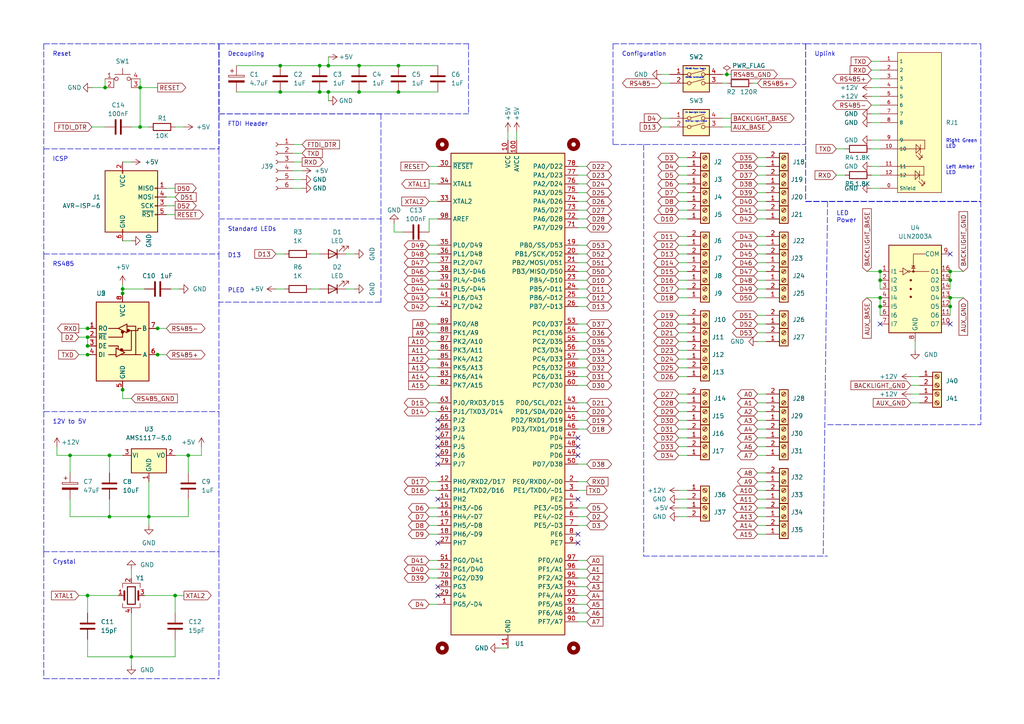
<source format=kicad_sch>
(kicad_sch (version 20211123) (generator eeschema)
  (paper "A4")
  (title_block (title "DCS-BIOS Mega Slave") (date "2022-08-29") (rev "1") (company "Maciej Swic"))
  (junction (at 81.28 19.05))
  (junction (at 255.27 86.36))
  (junction (at 30.48 25.4))
  (junction (at 275.59 81.28))
  (junction (at 25.4 100.33))
  (junction (at 275.59 88.9))
  (junction (at 20.32 132.08))
  (junction (at 25.4 172.72))
  (junction (at 104.14 19.05))
  (junction (at 43.18 149.86))
  (junction (at 25.4 102.87))
  (junction (at 31.75 132.08))
  (junction (at 115.57 26.67))
  (junction (at 275.59 86.36))
  (junction (at 275.59 78.74))
  (junction (at 95.25 26.67))
  (junction (at 115.57 19.05))
  (junction (at 255.27 81.28))
  (junction (at 92.71 19.05))
  (junction (at 45.72 102.87))
  (junction (at 255.27 88.9))
  (junction (at 35.56 113.03))
  (junction (at 92.71 26.67))
  (junction (at 25.4 97.79))
  (junction (at 45.72 95.25))
  (junction (at 31.75 149.86))
  (junction (at 35.56 83.82))
  (junction (at 50.8 172.72))
  (junction (at 210.82 21.59))
  (junction (at 40.64 25.4))
  (junction (at 35.56 85.09))
  (junction (at 104.14 26.67))
  (junction (at 25.4 95.25))
  (junction (at 54.61 132.08))
  (junction (at 38.1 190.5))
  (junction (at 40.64 36.83))
  (junction (at 81.28 26.67))
  (junction (at 255.27 78.74))
  (junction (at 95.25 19.05))
  (no_connect (at 167.64 129.54))
  (no_connect (at 167.64 132.08))
  (no_connect (at 167.64 127))
  (no_connect (at 255.27 93.98))
  (no_connect (at 127 127))
  (no_connect (at 127 129.54))
  (no_connect (at 127 132.08))
  (no_connect (at 127 134.62))
  (no_connect (at 167.64 144.78))
  (no_connect (at 167.64 154.94))
  (no_connect (at 167.64 157.48))
  (no_connect (at 127 144.78))
  (no_connect (at 127 121.92))
  (no_connect (at 127 124.46))
  (no_connect (at 127 157.48))
  (no_connect (at 127 170.18))
  (no_connect (at 127 172.72))
  (no_connect (at 275.59 93.98))
  (no_connect (at 275.59 73.66))
  (polyline (pts (xy 177.8 12.7) (xy 177.8 41.91)))
  (polyline (pts (xy 135.89 12.7) (xy 135.89 33.02)))
  (wire (pts (xy 191.77 36.83) (xy 194.31 36.83)))
  (wire (pts (xy 43.18 139.7) (xy 43.18 149.86)))
  (wire (pts (xy 219.71 73.66) (xy 222.25 73.66)))
  (wire (pts (xy 196.85 144.78) (xy 199.39 144.78)))
  (wire (pts (xy 219.71 116.84) (xy 222.25 116.84)))
  (wire (pts (xy 95.25 26.67) (xy 104.14 26.67)))
  (wire (pts (xy 251.46 86.36) (xy 255.27 86.36)))
  (wire (pts (xy 252.73 30.48) (xy 255.27 30.48)))
  (polyline (pts (xy 63.5 33.02) (xy 135.89 33.02)))
  (wire (pts (xy 196.85 96.52) (xy 199.39 96.52)))
  (wire (pts (xy 26.67 36.83) (xy 30.48 36.83)))
  (polyline (pts (xy 186.69 41.91) (xy 186.69 161.29)))
  (wire (pts (xy 252.73 43.18) (xy 255.27 43.18)))
  (wire (pts (xy 45.72 95.25) (xy 48.26 95.25)))
  (wire (pts (xy 20.32 149.86) (xy 31.75 149.86)))
  (wire (pts (xy 252.73 35.56) (xy 255.27 35.56)))
  (wire (pts (xy 255.27 81.28) (xy 255.27 83.82)))
  (wire (pts (xy 219.71 152.4) (xy 222.25 152.4)))
  (wire (pts (xy 167.64 71.12) (xy 170.18 71.12)))
  (wire (pts (xy 127 111.76) (xy 124.46 111.76)))
  (wire (pts (xy 167.64 55.88) (xy 170.18 55.88)))
  (wire (pts (xy 40.64 25.4) (xy 40.64 36.83)))
  (wire (pts (xy 275.59 88.9) (xy 275.59 91.44)))
  (wire (pts (xy 124.46 162.56) (xy 127 162.56)))
  (wire (pts (xy 170.18 142.24) (xy 167.64 142.24)))
  (wire (pts (xy 219.71 96.52) (xy 222.25 96.52)))
  (wire (pts (xy 124.46 165.1) (xy 127 165.1)))
  (wire (pts (xy 31.75 132.08) (xy 31.75 137.16)))
  (wire (pts (xy 40.64 22.86) (xy 40.64 25.4)))
  (wire (pts (xy 20.32 132.08) (xy 20.32 137.16)))
  (wire (pts (xy 196.85 53.34) (xy 199.39 53.34)))
  (wire (pts (xy 167.64 88.9) (xy 170.18 88.9)))
  (wire (pts (xy 35.56 113.03) (xy 35.56 115.57)))
  (wire (pts (xy 251.46 78.74) (xy 255.27 78.74)))
  (polyline (pts (xy 233.68 58.42) (xy 284.48 58.42)))
  (wire (pts (xy 167.64 165.1) (xy 170.18 165.1)))
  (polyline (pts (xy 63.5 12.7) (xy 63.5 33.02)))
  (wire (pts (xy 40.64 25.4) (xy 45.72 25.4)))
  (wire (pts (xy 167.64 81.28) (xy 170.18 81.28)))
  (wire (pts (xy 31.75 149.86) (xy 43.18 149.86)))
  (wire (pts (xy 26.67 25.4) (xy 30.48 25.4)))
  (wire (pts (xy 255.27 86.36) (xy 255.27 88.9)))
  (wire (pts (xy 167.64 86.36) (xy 170.18 86.36)))
  (wire (pts (xy 252.73 22.86) (xy 255.27 22.86)))
  (wire (pts (xy 68.58 19.05) (xy 81.28 19.05)))
  (wire (pts (xy 25.4 185.42) (xy 25.4 190.5)))
  (wire (pts (xy 196.85 63.5) (xy 199.39 63.5)))
  (wire (pts (xy 48.26 57.15) (xy 50.8 57.15)))
  (polyline (pts (xy 63.5 12.7) (xy 135.89 12.7)))
  (wire (pts (xy 219.71 137.16) (xy 222.25 137.16)))
  (polyline (pts (xy 233.68 12.7) (xy 233.68 58.42)))
  (wire (pts (xy 170.18 147.32) (xy 167.64 147.32)))
  (polyline (pts (xy 63.5 12.7) (xy 63.5 43.18)))
  (polyline (pts (xy 284.48 58.42) (xy 284.48 123.19)))
  (wire (pts (xy 219.71 55.88) (xy 222.25 55.88)))
  (wire (pts (xy 104.14 26.67) (xy 115.57 26.67)))
  (wire (pts (xy 219.71 53.34) (xy 222.25 53.34)))
  (wire (pts (xy 58.42 129.54) (xy 58.42 132.08)))
  (wire (pts (xy 31.75 132.08) (xy 35.56 132.08)))
  (wire (pts (xy 124.46 154.94) (xy 127 154.94)))
  (wire (pts (xy 167.64 66.04) (xy 170.18 66.04)))
  (wire (pts (xy 87.63 49.53) (xy 85.09 49.53)))
  (wire (pts (xy 209.55 34.29) (xy 212.09 34.29)))
  (wire (pts (xy 219.71 132.08) (xy 222.25 132.08)))
  (polyline (pts (xy 110.49 33.02) (xy 110.49 63.5)))
  (wire (pts (xy 50.8 132.08) (xy 54.61 132.08)))
  (wire (pts (xy 81.28 26.67) (xy 92.71 26.67)))
  (wire (pts (xy 252.73 27.94) (xy 255.27 27.94)))
  (wire (pts (xy 80.01 83.82) (xy 82.55 83.82)))
  (wire (pts (xy 167.64 53.34) (xy 170.18 53.34)))
  (wire (pts (xy 196.85 132.08) (xy 199.39 132.08)))
  (wire (pts (xy 196.85 83.82) (xy 199.39 83.82)))
  (wire (pts (xy 219.71 93.98) (xy 222.25 93.98)))
  (wire (pts (xy 50.8 190.5) (xy 38.1 190.5)))
  (wire (pts (xy 196.85 149.86) (xy 199.39 149.86)))
  (wire (pts (xy 124.46 167.64) (xy 127 167.64)))
  (wire (pts (xy 49.53 83.82) (xy 52.07 83.82)))
  (wire (pts (xy 54.61 132.08) (xy 54.61 137.16)))
  (wire (pts (xy 124.46 139.7) (xy 127 139.7)))
  (wire (pts (xy 196.85 86.36) (xy 199.39 86.36)))
  (wire (pts (xy 279.4 86.36) (xy 275.59 86.36)))
  (wire (pts (xy 255.27 88.9) (xy 255.27 91.44)))
  (wire (pts (xy 25.4 172.72) (xy 34.29 172.72)))
  (wire (pts (xy 196.85 91.44) (xy 199.39 91.44)))
  (wire (pts (xy 167.64 162.56) (xy 170.18 162.56)))
  (polyline (pts (xy 63.5 33.02) (xy 110.49 33.02)))
  (wire (pts (xy 196.85 76.2) (xy 199.39 76.2)))
  (wire (pts (xy 196.85 119.38) (xy 199.39 119.38)))
  (polyline (pts (xy 12.7 160.02) (xy 12.7 196.85)))
  (polyline (pts (xy 177.8 12.7) (xy 233.68 12.7)))
  (polyline (pts (xy 12.7 119.38) (xy 12.7 160.02)))
  (wire (pts (xy 22.86 97.79) (xy 25.4 97.79)))
  (wire (pts (xy 124.46 149.86) (xy 127 149.86)))
  (wire (pts (xy 210.82 21.59) (xy 212.09 21.59)))
  (wire (pts (xy 196.85 114.3) (xy 199.39 114.3)))
  (wire (pts (xy 95.25 19.05) (xy 104.14 19.05)))
  (wire (pts (xy 196.85 129.54) (xy 199.39 129.54)))
  (wire (pts (xy 219.71 86.36) (xy 222.25 86.36)))
  (polyline (pts (xy 63.5 43.18) (xy 63.5 73.66)))
  (wire (pts (xy 196.85 106.68) (xy 199.39 106.68)))
  (wire (pts (xy 100.33 83.82) (xy 102.87 83.82)))
  (wire (pts (xy 38.1 36.83) (xy 40.64 36.83)))
  (wire (pts (xy 219.71 114.3) (xy 222.25 114.3)))
  (wire (pts (xy 167.64 101.6) (xy 170.18 101.6)))
  (wire (pts (xy 167.64 99.06) (xy 170.18 99.06)))
  (wire (pts (xy 209.55 36.83) (xy 212.09 36.83)))
  (wire (pts (xy 196.85 104.14) (xy 199.39 104.14)))
  (wire (pts (xy 40.64 36.83) (xy 43.18 36.83)))
  (wire (pts (xy 167.64 63.5) (xy 170.18 63.5)))
  (wire (pts (xy 252.73 40.64) (xy 255.27 40.64)))
  (wire (pts (xy 196.85 78.74) (xy 199.39 78.74)))
  (polyline (pts (xy 284.48 12.7) (xy 284.48 58.42)))
  (wire (pts (xy 167.64 60.96) (xy 170.18 60.96)))
  (polyline (pts (xy 240.03 123.19) (xy 284.48 123.19)))
  (wire (pts (xy 104.14 19.05) (xy 115.57 19.05)))
  (wire (pts (xy 275.59 86.36) (xy 275.59 88.9)))
  (wire (pts (xy 127 81.28) (xy 124.46 81.28)))
  (wire (pts (xy 196.85 68.58) (xy 199.39 68.58)))
  (wire (pts (xy 255.27 78.74) (xy 255.27 81.28)))
  (wire (pts (xy 124.46 71.12) (xy 127 71.12)))
  (polyline (pts (xy 12.7 196.85) (xy 63.5 196.85)))
  (polyline (pts (xy 110.49 87.63) (xy 63.5 87.63)))
  (wire (pts (xy 87.63 41.91) (xy 85.09 41.91)))
  (wire (pts (xy 219.71 48.26) (xy 222.25 48.26)))
  (wire (pts (xy 252.73 20.32) (xy 255.27 20.32)))
  (wire (pts (xy 219.71 68.58) (xy 222.25 68.58)))
  (wire (pts (xy 35.56 82.55) (xy 35.56 83.82)))
  (wire (pts (xy 54.61 149.86) (xy 54.61 144.78)))
  (wire (pts (xy 219.71 63.5) (xy 222.25 63.5)))
  (wire (pts (xy 41.91 172.72) (xy 50.8 172.72)))
  (wire (pts (xy 279.4 78.74) (xy 275.59 78.74)))
  (wire (pts (xy 167.64 93.98) (xy 170.18 93.98)))
  (wire (pts (xy 196.85 45.72) (xy 199.39 45.72)))
  (wire (pts (xy 48.26 62.23) (xy 50.8 62.23)))
  (wire (pts (xy 31.75 149.86) (xy 31.75 144.78)))
  (wire (pts (xy 196.85 116.84) (xy 199.39 116.84)))
  (wire (pts (xy 124.46 175.26) (xy 127 175.26)))
  (polyline (pts (xy 233.68 58.42) (xy 284.48 58.42)))
  (wire (pts (xy 124.46 142.24) (xy 127 142.24)))
  (wire (pts (xy 219.71 127) (xy 222.25 127)))
  (wire (pts (xy 209.55 24.13) (xy 210.82 24.13)))
  (polyline (pts (xy 233.68 12.7) (xy 284.48 12.7)))
  (wire (pts (xy 115.57 26.67) (xy 127 26.67)))
  (wire (pts (xy 16.51 132.08) (xy 20.32 132.08)))
  (wire (pts (xy 127 63.5) (xy 124.46 63.5)))
  (wire (pts (xy 219.71 81.28) (xy 222.25 81.28)))
  (wire (pts (xy 95.25 16.51) (xy 95.25 19.05)))
  (wire (pts (xy 219.71 139.7) (xy 222.25 139.7)))
  (wire (pts (xy 196.85 55.88) (xy 199.39 55.88)))
  (wire (pts (xy 167.64 50.8) (xy 170.18 50.8)))
  (wire (pts (xy 90.17 73.66) (xy 92.71 73.66)))
  (wire (pts (xy 219.71 124.46) (xy 222.25 124.46)))
  (wire (pts (xy 196.85 50.8) (xy 199.39 50.8)))
  (wire (pts (xy 219.71 121.92) (xy 222.25 121.92)))
  (wire (pts (xy 127 76.2) (xy 124.46 76.2)))
  (wire (pts (xy 95.25 26.67) (xy 95.25 29.21)))
  (polyline (pts (xy 12.7 12.7) (xy 63.5 12.7)))
  (wire (pts (xy 50.8 172.72) (xy 53.34 172.72)))
  (wire (pts (xy 219.71 24.13) (xy 218.44 24.13)))
  (wire (pts (xy 87.63 46.99) (xy 85.09 46.99)))
  (wire (pts (xy 264.16 116.84) (xy 266.7 116.84)))
  (wire (pts (xy 127 83.82) (xy 124.46 83.82)))
  (wire (pts (xy 252.73 33.02) (xy 255.27 33.02)))
  (wire (pts (xy 114.3 67.31) (xy 114.3 64.77)))
  (polyline (pts (xy 12.7 12.7) (xy 12.7 43.18)))
  (wire (pts (xy 16.51 129.54) (xy 16.51 132.08)))
  (wire (pts (xy 48.26 59.69) (xy 50.8 59.69)))
  (wire (pts (xy 124.46 119.38) (xy 127 119.38)))
  (wire (pts (xy 167.64 106.68) (xy 170.18 106.68)))
  (wire (pts (xy 127 78.74) (xy 124.46 78.74)))
  (wire (pts (xy 196.85 147.32) (xy 199.39 147.32)))
  (polyline (pts (xy 12.7 73.66) (xy 12.7 119.38)))
  (wire (pts (xy 20.32 132.08) (xy 31.75 132.08)))
  (wire (pts (xy 196.85 127) (xy 199.39 127)))
  (wire (pts (xy 87.63 52.07) (xy 85.09 52.07)))
  (wire (pts (xy 80.01 73.66) (xy 82.55 73.66)))
  (wire (pts (xy 167.64 121.92) (xy 170.18 121.92)))
  (wire (pts (xy 170.18 149.86) (xy 167.64 149.86)))
  (wire (pts (xy 100.33 73.66) (xy 102.87 73.66)))
  (wire (pts (xy 127 99.06) (xy 124.46 99.06)))
  (wire (pts (xy 219.71 144.78) (xy 222.25 144.78)))
  (wire (pts (xy 219.71 149.86) (xy 222.25 149.86)))
  (wire (pts (xy 124.46 53.34) (xy 127 53.34)))
  (wire (pts (xy 167.64 96.52) (xy 170.18 96.52)))
  (wire (pts (xy 124.46 58.42) (xy 127 58.42)))
  (wire (pts (xy 50.8 185.42) (xy 50.8 190.5)))
  (polyline (pts (xy 12.7 73.66) (xy 63.5 73.66)))
  (wire (pts (xy 87.63 54.61) (xy 85.09 54.61)))
  (wire (pts (xy 167.64 124.46) (xy 170.18 124.46)))
  (polyline (pts (xy 233.68 12.7) (xy 233.68 58.42)))
  (wire (pts (xy 124.46 73.66) (xy 127 73.66)))
  (wire (pts (xy 252.73 17.78) (xy 255.27 17.78)))
  (wire (pts (xy 30.48 22.86) (xy 30.48 25.4)))
  (wire (pts (xy 167.64 48.26) (xy 170.18 48.26)))
  (wire (pts (xy 252.73 48.26) (xy 255.27 48.26)))
  (polyline (pts (xy 233.68 58.42) (xy 284.48 58.42)))
  (wire (pts (xy 167.64 119.38) (xy 170.18 119.38)))
  (wire (pts (xy 43.18 149.86) (xy 54.61 149.86)))
  (wire (pts (xy 196.85 71.12) (xy 199.39 71.12)))
  (wire (pts (xy 167.64 170.18) (xy 170.18 170.18)))
  (wire (pts (xy 147.32 38.1) (xy 147.32 40.64)))
  (wire (pts (xy 92.71 19.05) (xy 95.25 19.05)))
  (wire (pts (xy 43.18 149.86) (xy 43.18 152.4)))
  (polyline (pts (xy 63.5 160.02) (xy 63.5 196.85)))
  (wire (pts (xy 219.71 142.24) (xy 222.25 142.24)))
  (wire (pts (xy 167.64 104.14) (xy 170.18 104.14)))
  (wire (pts (xy 219.71 91.44) (xy 222.25 91.44)))
  (wire (pts (xy 167.64 172.72) (xy 170.18 172.72)))
  (wire (pts (xy 170.18 152.4) (xy 167.64 152.4)))
  (wire (pts (xy 196.85 142.24) (xy 199.39 142.24)))
  (wire (pts (xy 90.17 83.82) (xy 92.71 83.82)))
  (wire (pts (xy 196.85 60.96) (xy 199.39 60.96)))
  (polyline (pts (xy 186.69 161.29) (xy 240.03 161.29)))
  (wire (pts (xy 219.71 45.72) (xy 222.25 45.72)))
  (wire (pts (xy 35.56 83.82) (xy 35.56 85.09)))
  (wire (pts (xy 196.85 81.28) (xy 199.39 81.28)))
  (wire (pts (xy 219.71 154.94) (xy 222.25 154.94)))
  (wire (pts (xy 264.16 109.22) (xy 266.7 109.22)))
  (wire (pts (xy 22.86 172.72) (xy 25.4 172.72)))
  (polyline (pts (xy 63.5 73.66) (xy 63.5 119.38)))
  (wire (pts (xy 196.85 121.92) (xy 199.39 121.92)))
  (wire (pts (xy 167.64 180.34) (xy 170.18 180.34)))
  (wire (pts (xy 38.1 190.5) (xy 38.1 193.04)))
  (wire (pts (xy 124.46 86.36) (xy 127 86.36)))
  (wire (pts (xy 167.64 134.62) (xy 170.18 134.62)))
  (wire (pts (xy 124.46 152.4) (xy 127 152.4)))
  (wire (pts (xy 219.71 58.42) (xy 222.25 58.42)))
  (wire (pts (xy 149.86 38.1) (xy 149.86 40.64)))
  (polyline (pts (xy 63.5 119.38) (xy 63.5 160.02)))
  (wire (pts (xy 252.73 25.4) (xy 255.27 25.4)))
  (wire (pts (xy 48.26 54.61) (xy 50.8 54.61)))
  (wire (pts (xy 35.56 115.57) (xy 38.1 115.57)))
  (wire (pts (xy 264.16 111.76) (xy 266.7 111.76)))
  (wire (pts (xy 115.57 19.05) (xy 127 19.05)))
  (wire (pts (xy 167.64 58.42) (xy 170.18 58.42)))
  (polyline (pts (xy 12.7 160.02) (xy 63.5 160.02)))
  (wire (pts (xy 22.86 95.25) (xy 25.4 95.25)))
  (wire (pts (xy 242.57 43.18) (xy 245.11 43.18)))
  (wire (pts (xy 191.77 24.13) (xy 194.31 24.13)))
  (wire (pts (xy 242.57 50.8) (xy 245.11 50.8)))
  (wire (pts (xy 219.71 147.32) (xy 222.25 147.32)))
  (wire (pts (xy 127 101.6) (xy 124.46 101.6)))
  (wire (pts (xy 265.43 99.06) (xy 265.43 101.6)))
  (wire (pts (xy 124.46 147.32) (xy 127 147.32)))
  (wire (pts (xy 22.86 102.87) (xy 25.4 102.87)))
  (wire (pts (xy 127 104.14) (xy 124.46 104.14)))
  (wire (pts (xy 25.4 172.72) (xy 25.4 177.8)))
  (wire (pts (xy 167.64 78.74) (xy 170.18 78.74)))
  (wire (pts (xy 127 96.52) (xy 124.46 96.52)))
  (wire (pts (xy 127 109.22) (xy 124.46 109.22)))
  (polyline (pts (xy 12.7 119.38) (xy 63.5 119.38)))
  (wire (pts (xy 167.64 73.66) (xy 170.18 73.66)))
  (wire (pts (xy 170.18 139.7) (xy 167.64 139.7)))
  (wire (pts (xy 127 93.98) (xy 124.46 93.98)))
  (wire (pts (xy 124.46 63.5) (xy 124.46 67.31)))
  (wire (pts (xy 127 106.68) (xy 124.46 106.68)))
  (polyline (pts (xy 12.7 43.18) (xy 63.5 43.18)))
  (wire (pts (xy 167.64 76.2) (xy 170.18 76.2)))
  (wire (pts (xy 191.77 34.29) (xy 194.31 34.29)))
  (wire (pts (xy 124.46 88.9) (xy 127 88.9)))
  (wire (pts (xy 124.46 48.26) (xy 127 48.26)))
  (wire (pts (xy 35.56 69.85) (xy 38.1 69.85)))
  (polyline (pts (xy 12.7 43.18) (xy 12.7 73.66)))
  (wire (pts (xy 219.71 50.8) (xy 222.25 50.8)))
  (wire (pts (xy 219.71 99.06) (xy 222.25 99.06)))
  (wire (pts (xy 196.85 99.06) (xy 199.39 99.06)))
  (wire (pts (xy 38.1 165.1) (xy 38.1 167.64)))
  (wire (pts (xy 54.61 132.08) (xy 58.42 132.08)))
  (wire (pts (xy 144.78 187.96) (xy 147.32 187.96)))
  (wire (pts (xy 219.71 78.74) (xy 222.25 78.74)))
  (wire (pts (xy 81.28 19.05) (xy 92.71 19.05)))
  (wire (pts (xy 167.64 116.84) (xy 170.18 116.84)))
  (polyline (pts (xy 177.8 41.91) (xy 233.68 41.91)))
  (polyline (pts (xy 240.03 58.42) (xy 238.76 161.29)))
  (wire (pts (xy 35.56 83.82) (xy 41.91 83.82)))
  (wire (pts (xy 196.85 93.98) (xy 199.39 93.98)))
  (wire (pts (xy 25.4 190.5) (xy 38.1 190.5)))
  (wire (pts (xy 219.71 60.96) (xy 222.25 60.96)))
  (wire (pts (xy 252.73 50.8) (xy 255.27 50.8)))
  (wire (pts (xy 219.71 71.12) (xy 222.25 71.12)))
  (wire (pts (xy 196.85 101.6) (xy 199.39 101.6)))
  (polyline (pts (xy 110.49 63.5) (xy 110.49 87.63)))
  (wire (pts (xy 50.8 172.72) (xy 50.8 177.8)))
  (wire (pts (xy 20.32 144.78) (xy 20.32 149.86)))
  (wire (pts (xy 191.77 21.59) (xy 194.31 21.59)))
  (wire (pts (xy 116.84 67.31) (xy 114.3 67.31)))
  (wire (pts (xy 167.64 175.26) (xy 170.18 175.26)))
  (wire (pts (xy 196.85 124.46) (xy 199.39 124.46)))
  (wire (pts (xy 219.71 119.38) (xy 222.25 119.38)))
  (wire (pts (xy 167.64 177.8) (xy 170.18 177.8)))
  (wire (pts (xy 25.4 97.79) (xy 25.4 100.33)))
  (wire (pts (xy 196.85 109.22) (xy 199.39 109.22)))
  (wire (pts (xy 196.85 73.66) (xy 199.39 73.66)))
  (wire (pts (xy 275.59 78.74) (xy 275.59 81.28)))
  (wire (pts (xy 124.46 116.84) (xy 127 116.84)))
  (wire (pts (xy 209.55 21.59) (xy 210.82 21.59)))
  (wire (pts (xy 196.85 58.42) (xy 199.39 58.42)))
  (wire (pts (xy 68.58 26.67) (xy 81.28 26.67)))
  (wire (pts (xy 219.71 83.82) (xy 222.25 83.82)))
  (wire (pts (xy 53.34 36.83) (xy 50.8 36.83)))
  (wire (pts (xy 167.64 111.76) (xy 170.18 111.76)))
  (wire (pts (xy 219.71 76.2) (xy 222.25 76.2)))
  (wire (pts (xy 38.1 177.8) (xy 38.1 190.5)))
  (wire (pts (xy 87.63 44.45) (xy 85.09 44.45)))
  (polyline (pts (xy 63.5 63.5) (xy 110.49 63.5)))
  (wire (pts (xy 264.16 114.3) (xy 266.7 114.3)))
  (wire (pts (xy 167.64 83.82) (xy 170.18 83.82)))
  (wire (pts (xy 45.72 102.87) (xy 48.26 102.87)))
  (wire (pts (xy 167.64 167.64) (xy 170.18 167.64)))
  (wire (pts (xy 219.71 129.54) (xy 222.25 129.54)))
  (wire (pts (xy 196.85 48.26) (xy 199.39 48.26)))
  (wire (pts (xy 92.71 26.67) (xy 95.25 26.67)))
  (wire (pts (xy 167.64 109.22) (xy 170.18 109.22)))
  (wire (pts (xy 275.59 81.28) (xy 275.59 83.82)))
  (polyline (pts (xy 63.5 12.7) (xy 63.5 43.18)))
  (wire (pts (xy 38.1 46.99) (xy 35.56 46.99)))
  (wire (pts (xy 252.73 54.61) (xy 255.27 54.61)))
  (text "RS485" (at 15.24 77.47 0) (effects (font (size 1.27 1.27)) (justify left bottom)))
  (text "Reset" (at 15.24 16.51 0) (effects (font (size 1.27 1.27)) (justify left bottom)))
  (text "LED\nPower" (at 242.57 64.77 0) (effects (font (size 1.27 1.27)) (justify left bottom)))
  (text "Right Green\nLED" (at 274.32 43.18 0) (effects (font (size 1.016 1.016)) (justify left bottom)))
  (text "Configuration" (at 180.34 16.51 0) (effects (font (size 1.27 1.27)) (justify left bottom)))
  (text "Crystal" (at 15.24 163.83 0) (effects (font (size 1.27 1.27)) (justify left bottom)))
  (text "Standard LEDs" (at 66.04 67.31 0) (effects (font (size 1.27 1.27)) (justify left bottom)))
  (text "Decoupling" (at 66.04 16.51 0) (effects (font (size 1.27 1.27)) (justify left bottom)))
  (text "Left Amber\nLED" (at 274.32 50.8 0) (effects (font (size 1.016 1.016)) (justify left bottom)))
  (text "RS485 Termination" (at 198.755 22.86 0) (effects (font (size 0.381 0.381)) (justify left bottom)))
  (text "D4 Backlight Enable" (at 198.755 33.02 0) (effects (font (size 0.381 0.381)) (justify left bottom)))
  (text "12V to 5V" (at 15.24 123.19 0) (effects (font (size 1.27 1.27)) (justify left bottom)))
  (text "RS485 Power Toggle" (at 198.755 20.32 0) (effects (font (size 0.381 0.381)) (justify left bottom)))
  (text "Uplink" (at 236.22 16.51 0) (effects (font (size 1.27 1.27)) (justify left bottom)))
  (text "D13 Aux Light Enable" (at 198.755 35.56 0) (effects (font (size 0.381 0.381)) (justify left bottom)))
  (text "D13" (at 66.04 74.93 0) (effects (font (size 1.27 1.27)) (justify left bottom)))
  (text "FTDI Header" (at 66.04 36.83 0) (effects (font (size 1.27 1.27)) (justify left bottom)))
  (text "ICSP" (at 15.24 46.99 0) (effects (font (size 1.27 1.27)) (justify left bottom)))
  (text "PLED" (at 66.04 85.09 0) (effects (font (size 1.27 1.27)) (justify left bottom)))
  (global_label "D34" (shape bidirectional) (at 170.18 101.6 0) (property "Intersheet References" "${INTERSHEET_REFS}" (effects hide)))
  (global_label "A12" (shape input) (at 124.46 104.14 180) (property "Intersheet References" "${INTERSHEET_REFS}" (effects hide)))
  (global_label "D12" (shape bidirectional) (at 196.85 71.12 180) (property "Intersheet References" "${INTERSHEET_REFS}" (effects hide)))
  (global_label "D31" (shape bidirectional) (at 196.85 124.46 180) (property "Intersheet References" "${INTERSHEET_REFS}" (effects hide)))
  (global_label "RXD" (shape output) (at 22.86 95.25 180) (property "Intersheet References" "${INTERSHEET_REFS}" (effects hide)))
  (global_label "RXD" (shape input) (at 242.57 50.8 180) (property "Intersheet References" "${INTERSHEET_REFS}" (effects hide)))
  (global_label "XTAL1" (shape input) (at 22.86 172.72 180) (property "Intersheet References" "${INTERSHEET_REFS}" (effects hide)))
  (global_label "D13" (shape bidirectional) (at 196.85 73.66 180) (property "Intersheet References" "${INTERSHEET_REFS}" (effects hide)))
  (global_label "D13" (shape input) (at 80.01 73.66 180) (property "Intersheet References" "${INTERSHEET_REFS}" (effects hide)))
  (global_label "A2" (shape input) (at 170.18 167.64 0) (property "Intersheet References" "${INTERSHEET_REFS}" (effects hide)))
  (global_label "D28" (shape bidirectional) (at 196.85 116.84 180) (property "Intersheet References" "${INTERSHEET_REFS}" (effects hide)))
  (global_label "A9" (shape input) (at 124.46 96.52 180) (property "Intersheet References" "${INTERSHEET_REFS}" (effects hide)))
  (global_label "A11" (shape bidirectional) (at 219.71 144.78 180) (property "Intersheet References" "${INTERSHEET_REFS}" (effects hide)))
  (global_label "A6" (shape bidirectional) (at 219.71 129.54 180) (property "Intersheet References" "${INTERSHEET_REFS}" (effects hide)))
  (global_label "A3" (shape input) (at 170.18 170.18 0) (property "Intersheet References" "${INTERSHEET_REFS}" (effects hide)))
  (global_label "D7" (shape bidirectional) (at 124.46 149.86 180) (property "Intersheet References" "${INTERSHEET_REFS}" (effects hide)))
  (global_label "A7" (shape bidirectional) (at 219.71 132.08 180) (property "Intersheet References" "${INTERSHEET_REFS}" (effects hide)))
  (global_label "D25" (shape bidirectional) (at 170.18 55.88 0) (property "Intersheet References" "${INTERSHEET_REFS}" (effects hide)))
  (global_label "D36" (shape bidirectional) (at 170.18 96.52 0) (property "Intersheet References" "${INTERSHEET_REFS}" (effects hide)))
  (global_label "AUX_GND" (shape input) (at 264.16 116.84 180) (property "Intersheet References" "${INTERSHEET_REFS}" (effects hide)))
  (global_label "D21" (shape bidirectional) (at 170.18 116.84 0) (property "Intersheet References" "${INTERSHEET_REFS}" (effects hide)))
  (global_label "D27" (shape bidirectional) (at 196.85 114.3 180) (property "Intersheet References" "${INTERSHEET_REFS}" (effects hide)))
  (global_label "D53" (shape bidirectional) (at 170.18 71.12 0) (property "Intersheet References" "${INTERSHEET_REFS}" (effects hide)))
  (global_label "A8" (shape input) (at 124.46 93.98 180) (property "Intersheet References" "${INTERSHEET_REFS}" (effects hide)))
  (global_label "A14" (shape bidirectional) (at 219.71 152.4 180) (property "Intersheet References" "${INTERSHEET_REFS}" (effects hide)))
  (global_label "RS485-" (shape bidirectional) (at 48.26 95.25 0) (property "Intersheet References" "${INTERSHEET_REFS}" (effects hide)))
  (global_label "D46" (shape bidirectional) (at 124.46 78.74 180) (property "Intersheet References" "${INTERSHEET_REFS}" (effects hide)))
  (global_label "D44" (shape bidirectional) (at 219.71 71.12 180) (property "Intersheet References" "${INTERSHEET_REFS}" (effects hide)))
  (global_label "AUX_GND" (shape input) (at 279.4 86.36 270) (property "Intersheet References" "${INTERSHEET_REFS}" (effects hide)))
  (global_label "A5" (shape bidirectional) (at 219.71 127 180) (property "Intersheet References" "${INTERSHEET_REFS}" (effects hide)))
  (global_label "D15" (shape bidirectional) (at 124.46 116.84 180) (property "Intersheet References" "${INTERSHEET_REFS}" (effects hide)))
  (global_label "A13" (shape input) (at 124.46 106.68 180) (property "Intersheet References" "${INTERSHEET_REFS}" (effects hide)))
  (global_label "D47" (shape bidirectional) (at 219.71 78.74 180) (property "Intersheet References" "${INTERSHEET_REFS}" (effects hide)))
  (global_label "BACKLIGHT_GND" (shape input) (at 279.4 78.74 90) (property "Intersheet References" "${INTERSHEET_REFS}" (effects hide)))
  (global_label "TXD" (shape input) (at 252.73 17.78 180) (property "Intersheet References" "${INTERSHEET_REFS}" (effects hide)))
  (global_label "D50" (shape bidirectional) (at 219.71 86.36 180) (property "Intersheet References" "${INTERSHEET_REFS}" (effects hide)))
  (global_label "D33" (shape bidirectional) (at 170.18 104.14 0) (property "Intersheet References" "${INTERSHEET_REFS}" (effects hide)))
  (global_label "D52" (shape bidirectional) (at 219.71 93.98 180) (property "Intersheet References" "${INTERSHEET_REFS}" (effects hide)))
  (global_label "A15" (shape input) (at 124.46 111.76 180) (property "Intersheet References" "${INTERSHEET_REFS}" (effects hide)))
  (global_label "TXD" (shape input) (at 22.86 102.87 180) (property "Intersheet References" "${INTERSHEET_REFS}" (effects hide)))
  (global_label "D40" (shape bidirectional) (at 219.71 58.42 180) (property "Intersheet References" "${INTERSHEET_REFS}" (effects hide)))
  (global_label "TXD" (shape output) (at 170.18 142.24 0) (property "Intersheet References" "${INTERSHEET_REFS}" (effects hide)))
  (global_label "A2" (shape bidirectional) (at 219.71 119.38 180) (property "Intersheet References" "${INTERSHEET_REFS}" (effects hide)))
  (global_label "RESET" (shape output) (at 45.72 25.4 0) (property "Intersheet References" "${INTERSHEET_REFS}" (effects hide)))
  (global_label "D53" (shape bidirectional) (at 219.71 96.52 180) (property "Intersheet References" "${INTERSHEET_REFS}" (effects hide)))
  (global_label "TXD" (shape input) (at 242.57 43.18 180) (property "Intersheet References" "${INTERSHEET_REFS}" (effects hide)))
  (global_label "RXD" (shape input) (at 252.73 20.32 180) (property "Intersheet References" "${INTERSHEET_REFS}" (effects hide)))
  (global_label "D51" (shape input) (at 50.8 57.15 0) (property "Intersheet References" "${INTERSHEET_REFS}" (effects hide)))
  (global_label "D29" (shape bidirectional) (at 196.85 119.38 180) (property "Intersheet References" "${INTERSHEET_REFS}" (effects hide)))
  (global_label "A7" (shape input) (at 170.18 180.34 0) (property "Intersheet References" "${INTERSHEET_REFS}" (effects hide)))
  (global_label "D24" (shape bidirectional) (at 170.18 53.34 0) (property "Intersheet References" "${INTERSHEET_REFS}" (effects hide)))
  (global_label "D14" (shape bidirectional) (at 196.85 76.2 180) (property "Intersheet References" "${INTERSHEET_REFS}" (effects hide)))
  (global_label "D52" (shape output) (at 50.8 59.69 0) (property "Intersheet References" "${INTERSHEET_REFS}" (effects hide)))
  (global_label "A4" (shape bidirectional) (at 219.71 124.46 180) (property "Intersheet References" "${INTERSHEET_REFS}" (effects hide)))
  (global_label "D39" (shape bidirectional) (at 219.71 55.88 180) (property "Intersheet References" "${INTERSHEET_REFS}" (effects hide)))
  (global_label "D38" (shape bidirectional) (at 170.18 134.62 0) (property "Intersheet References" "${INTERSHEET_REFS}" (effects hide)))
  (global_label "D13" (shape input) (at 191.77 36.83 180) (property "Intersheet References" "${INTERSHEET_REFS}" (effects hide)))
  (global_label "A6" (shape input) (at 170.18 177.8 0) (property "Intersheet References" "${INTERSHEET_REFS}" (effects hide)))
  (global_label "D46" (shape bidirectional) (at 219.71 76.2 180) (property "Intersheet References" "${INTERSHEET_REFS}" (effects hide)))
  (global_label "AUX_BASE" (shape input) (at 251.46 86.36 270) (property "Intersheet References" "${INTERSHEET_REFS}" (effects hide)))
  (global_label "D26" (shape bidirectional) (at 170.18 58.42 0) (property "Intersheet References" "${INTERSHEET_REFS}" (effects hide)))
  (global_label "XTAL1" (shape output) (at 124.46 53.34 180) (property "Intersheet References" "${INTERSHEET_REFS}" (effects hide)))
  (global_label "D51" (shape bidirectional) (at 219.71 91.44 180) (property "Intersheet References" "${INTERSHEET_REFS}" (effects hide)))
  (global_label "A1" (shape input) (at 170.18 165.1 0) (property "Intersheet References" "${INTERSHEET_REFS}" (effects hide)))
  (global_label "D8" (shape bidirectional) (at 124.46 152.4 180) (property "Intersheet References" "${INTERSHEET_REFS}" (effects hide)))
  (global_label "D10" (shape bidirectional) (at 196.85 63.5 180) (property "Intersheet References" "${INTERSHEET_REFS}" (effects hide)))
  (global_label "D17" (shape bidirectional) (at 124.46 139.7 180) (property "Intersheet References" "${INTERSHEET_REFS}" (effects hide)))
  (global_label "D35" (shape bidirectional) (at 170.18 99.06 0) (property "Intersheet References" "${INTERSHEET_REFS}" (effects hide)))
  (global_label "D23" (shape bidirectional) (at 196.85 101.6 180) (property "Intersheet References" "${INTERSHEET_REFS}" (effects hide)))
  (global_label "D48" (shape bidirectional) (at 219.71 81.28 180) (property "Intersheet References" "${INTERSHEET_REFS}" (effects hide)))
  (global_label "A10" (shape input) (at 124.46 99.06 180) (property "Intersheet References" "${INTERSHEET_REFS}" (effects hide)))
  (global_label "XTAL2" (shape output) (at 53.34 172.72 0) (property "Intersheet References" "${INTERSHEET_REFS}" (effects hide)))
  (global_label "D30" (shape bidirectional) (at 196.85 121.92 180) (property "Intersheet References" "${INTERSHEET_REFS}" (effects hide)))
  (global_label "D28" (shape bidirectional) (at 170.18 63.5 0) (property "Intersheet References" "${INTERSHEET_REFS}" (effects hide)))
  (global_label "D52" (shape bidirectional) (at 170.18 73.66 0) (property "Intersheet References" "${INTERSHEET_REFS}" (effects hide)))
  (global_label "D42" (shape bidirectional) (at 219.71 63.5 180) (property "Intersheet References" "${INTERSHEET_REFS}" (effects hide)))
  (global_label "RS485+" (shape bidirectional) (at 219.71 24.13 0) (property "Intersheet References" "${INTERSHEET_REFS}" (effects hide)))
  (global_label "D5" (shape bidirectional) (at 170.18 147.32 0) (property "Intersheet References" "${INTERSHEET_REFS}" (effects hide)))
  (global_label "D25" (shape bidirectional) (at 196.85 106.68 180) (property "Intersheet References" "${INTERSHEET_REFS}" (effects hide)))
  (global_label "D32" (shape bidirectional) (at 170.18 106.68 0) (property "Intersheet References" "${INTERSHEET_REFS}" (effects hide)))
  (global_label "A0" (shape input) (at 170.18 162.56 0) (property "Intersheet References" "${INTERSHEET_REFS}" (effects hide)))
  (global_label "D9" (shape bidirectional) (at 124.46 154.94 180) (property "Intersheet References" "${INTERSHEET_REFS}" (effects hide)))
  (global_label "D4" (shape input) (at 191.77 34.29 180) (property "Intersheet References" "${INTERSHEET_REFS}" (effects hide)))
  (global_label "RS485-" (shape bidirectional) (at 191.77 24.13 180) (property "Intersheet References" "${INTERSHEET_REFS}" (effects hide)))
  (global_label "FTDI_DTR" (shape input) (at 26.67 36.83 180) (property "Intersheet References" "${INTERSHEET_REFS}" (effects hide)))
  (global_label "D6" (shape bidirectional) (at 196.85 53.34 180) (property "Intersheet References" "${INTERSHEET_REFS}" (effects hide)))
  (global_label "D49" (shape bidirectional) (at 219.71 83.82 180) (property "Intersheet References" "${INTERSHEET_REFS}" (effects hide)))
  (global_label "D33" (shape bidirectional) (at 196.85 129.54 180) (property "Intersheet References" "${INTERSHEET_REFS}" (effects hide)))
  (global_label "RS485-" (shape bidirectional) (at 252.73 30.48 180) (property "Intersheet References" "${INTERSHEET_REFS}" (effects hide)))
  (global_label "TXD" (shape input) (at 87.63 44.45 0) (property "Intersheet References" "${INTERSHEET_REFS}" (effects hide)))
  (global_label "D19" (shape bidirectional) (at 170.18 121.92 0) (property "Intersheet References" "${INTERSHEET_REFS}" (effects hide)))
  (global_label "D4" (shape bidirectional) (at 124.46 175.26 180) (property "Intersheet References" "${INTERSHEET_REFS}" (effects hide)))
  (global_label "RXD" (shape input) (at 170.18 139.7 0) (property "Intersheet References" "${INTERSHEET_REFS}" (effects hide)))
  (global_label "A10" (shape bidirectional) (at 219.71 142.24 180) (property "Intersheet References" "${INTERSHEET_REFS}" (effects hide)))
  (global_label "D13" (shape bidirectional) (at 170.18 88.9 0) (property "Intersheet References" "${INTERSHEET_REFS}" (effects hide)))
  (global_label "D29" (shape bidirectional) (at 170.18 66.04 0) (property "Intersheet References" "${INTERSHEET_REFS}" (effects hide)))
  (global_label "D18" (shape bidirectional) (at 196.85 86.36 180) (property "Intersheet References" "${INTERSHEET_REFS}" (effects hide)))
  (global_label "D20" (shape bidirectional) (at 196.85 93.98 180) (property "Intersheet References" "${INTERSHEET_REFS}" (effects hide)))
  (global_label "D38" (shape bidirectional) (at 219.71 53.34 180) (property "Intersheet References" "${INTERSHEET_REFS}" (effects hide)))
  (global_label "D43" (shape bidirectional) (at 219.71 68.58 180) (property "Intersheet References" "${INTERSHEET_REFS}" (effects hide)))
  (global_label "D24" (shape bidirectional) (at 196.85 104.14 180) (property "Intersheet References" "${INTERSHEET_REFS}" (effects hide)))
  (global_label "D6" (shape bidirectional) (at 124.46 147.32 180) (property "Intersheet References" "${INTERSHEET_REFS}" (effects hide)))
  (global_label "D2" (shape input) (at 22.86 97.79 180) (property "Intersheet References" "${INTERSHEET_REFS}" (effects hide)))
  (global_label "D12" (shape bidirectional) (at 170.18 86.36 0) (property "Intersheet References" "${INTERSHEET_REFS}" (effects hide)))
  (global_label "D5" (shape bidirectional) (at 196.85 50.8 180) (property "Intersheet References" "${INTERSHEET_REFS}" (effects hide)))
  (global_label "A1" (shape bidirectional) (at 219.71 116.84 180) (property "Intersheet References" "${INTERSHEET_REFS}" (effects hide)))
  (global_label "RESET" (shape input) (at 124.46 48.26 180) (property "Intersheet References" "${INTERSHEET_REFS}" (effects hide)))
  (global_label "D50" (shape bidirectional) (at 170.18 78.74 0) (property "Intersheet References" "${INTERSHEET_REFS}" (effects hide)))
  (global_label "D23" (shape bidirectional) (at 170.18 50.8 0) (property "Intersheet References" "${INTERSHEET_REFS}" (effects hide)))
  (global_label "D9" (shape bidirectional) (at 196.85 60.96 180) (property "Intersheet References" "${INTERSHEET_REFS}" (effects hide)))
  (global_label "D47" (shape bidirectional) (at 124.46 76.2 180) (property "Intersheet References" "${INTERSHEET_REFS}" (effects hide)))
  (global_label "AUX_BASE" (shape output) (at 212.09 36.83 0) (property "Intersheet References" "${INTERSHEET_REFS}" (effects hide)))
  (global_label "BACKLIGHT_BASE" (shape output) (at 212.09 34.29 0) (property "Intersheet References" "${INTERSHEET_REFS}" (effects hide)))
  (global_label "D2" (shape bidirectional) (at 170.18 149.86 0) (property "Intersheet References" "${INTERSHEET_REFS}" (effects hide)))
  (global_label "D19" (shape bidirectional) (at 196.85 91.44 180) (property "Intersheet References" "${INTERSHEET_REFS}" (effects hide)))
  (global_label "D49" (shape bidirectional) (at 124.46 71.12 180) (property "Intersheet References" "${INTERSHEET_REFS}" (effects hide)))
  (global_label "A15" (shape bidirectional) (at 219.71 154.94 180) (property "Intersheet References" "${INTERSHEET_REFS}" (effects hide)))
  (global_label "D39" (shape bidirectional) (at 124.46 167.64 180) (property "Intersheet References" "${INTERSHEET_REFS}" (effects hide)))
  (global_label "BACKLIGHT_BASE" (shape input) (at 251.46 78.74 90) (property "Intersheet References" "${INTERSHEET_REFS}" (effects hide)))
  (global_label "D32" (shape bidirectional) (at 196.85 127 180) (property "Intersheet References" "${INTERSHEET_REFS}" (effects hide)))
  (global_label "D26" (shape bidirectional) (at 196.85 109.22 180) (property "Intersheet References" "${INTERSHEET_REFS}" (effects hide)))
  (global_label "D18" (shape bidirectional) (at 170.18 124.46 0) (property "Intersheet References" "${INTERSHEET_REFS}" (effects hide)))
  (global_label "RXD" (shape output) (at 87.63 46.99 0) (property "Intersheet References" "${INTERSHEET_REFS}" (effects hide)))
  (global_label "D7" (shape bidirectional) (at 196.85 55.88 180) (property "Intersheet References" "${INTERSHEET_REFS}" (effects hide)))
  (global_label "D4" (shape bidirectional) (at 196.85 48.26 180) (property "Intersheet References" "${INTERSHEET_REFS}" (effects hide)))
  (global_label "RESET" (shape output) (at 50.8 62.23 0) (property "Intersheet References" "${INTERSHEET_REFS}" (effects hide)))
  (global_label "D51" (shape bidirectional) (at 170.18 76.2 0) (property "Intersheet References" "${INTERSHEET_REFS}" (effects hide)))
  (global_label "D30" (shape bidirectional) (at 170.18 111.76 0) (property "Intersheet References" "${INTERSHEET_REFS}" (effects hide)))
  (global_label "D3" (shape bidirectional) (at 170.18 152.4 0) (property "Intersheet References" "${INTERSHEET_REFS}" (effects hide)))
  (global_label "D41" (shape bidirectional) (at 124.46 162.56 180) (property "Intersheet References" "${INTERSHEET_REFS}" (effects hide)))
  (global_label "D48" (shape bidirectional) (at 124.46 73.66 180) (property "Intersheet References" "${INTERSHEET_REFS}" (effects hide)))
  (global_label "D15" (shape bidirectional) (at 196.85 78.74 180) (property "Intersheet References" "${INTERSHEET_REFS}" (effects hide)))
  (global_label "D43" (shape bidirectional) (at 124.46 86.36 180) (property "Intersheet References" "${INTERSHEET_REFS}" (effects hide)))
  (global_label "D3" (shape bidirectional) (at 196.85 45.72 180) (property "Intersheet References" "${INTERSHEET_REFS}" (effects hide)))
  (global_label "D35" (shape bidirectional) (at 219.71 45.72 180) (property "Intersheet References" "${INTERSHEET_REFS}" (effects hide)))
  (global_label "D14" (shape bidirectional) (at 124.46 119.38 180) (property "Intersheet References" "${INTERSHEET_REFS}" (effects hide)))
  (global_label "A11" (shape input) (at 124.46 101.6 180) (property "Intersheet References" "${INTERSHEET_REFS}" (effects hide)))
  (global_label "BACKLIGHT_GND" (shape input) (at 264.16 111.76 180) (property "Intersheet References" "${INTERSHEET_REFS}" (effects hide)))
  (global_label "D44" (shape bidirectional) (at 124.46 83.82 180) (property "Intersheet References" "${INTERSHEET_REFS}" (effects hide)))
  (global_label "RS485+" (shape bidirectional) (at 48.26 102.87 0) (property "Intersheet References" "${INTERSHEET_REFS}" (effects hide)))
  (global_label "RS485_GND" (shape input) (at 38.1 115.57 0) (property "Intersheet References" "${INTERSHEET_REFS}" (effects hide)))
  (global_label "D22" (shape bidirectional) (at 170.18 48.26 0) (property "Intersheet References" "${INTERSHEET_REFS}" (effects hide)))
  (global_label "D20" (shape bidirectional) (at 170.18 119.38 0) (property "Intersheet References" "${INTERSHEET_REFS}" (effects hide)))
  (global_label "D36" (shape bidirectional) (at 219.71 48.26 180) (property "Intersheet References" "${INTERSHEET_REFS}" (effects hide)))
  (global_label "XTAL2" (shape input) (at 124.46 58.42 180) (property "Intersheet References" "${INTERSHEET_REFS}" (effects hide)))
  (global_label "A13" (shape bidirectional) (at 219.71 149.86 180) (property "Intersheet References" "${INTERSHEET_REFS}" (effects hide)))
  (global_label "D11" (shape bidirectional) (at 170.18 83.82 0) (property "Intersheet References" "${INTERSHEET_REFS}" (effects hide)))
  (global_label "D45" (shape bidirectional) (at 124.46 81.28 180) (property "Intersheet References" "${INTERSHEET_REFS}" (effects hide)))
  (global_label "D34" (shape bidirectional) (at 196.85 132.08 180) (property "Intersheet References" "${INTERSHEET_REFS}" (effects hide)))
  (global_label "D8" (shape bidirectional) (at 196.85 58.42 180) (property "Intersheet References" "${INTERSHEET_REFS}" (effects hide)))
  (global_label "D40" (shape bidirectional) (at 124.46 165.1 180) (property "Intersheet References" "${INTERSHEET_REFS}" (effects hide)))
  (global_label "A4" (shape input) (at 170.18 172.72 0) (property "Intersheet References" "${INTERSHEET_REFS}" (effects hide)))
  (global_label "D31" (shape bidirectional) (at 170.18 109.22 0) (property "Intersheet References" "${INTERSHEET_REFS}" (effects hide)))
  (global_label "D11" (shape bidirectional) (at 196.85 68.58 180) (property "Intersheet References" "${INTERSHEET_REFS}" (effects hide)))
  (global_label "D22" (shape bidirectional) (at 196.85 99.06 180) (property "Intersheet References" "${INTERSHEET_REFS}" (effects hide)))
  (global_label "A14" (shape input) (at 124.46 109.22 180) (property "Intersheet References" "${INTERSHEET_REFS}" (effects hide)))
  (global_label "D21" (shape bidirectional) (at 196.85 96.52 180) (property "Intersheet References" "${INTERSHEET_REFS}" (effects hide)))
  (global_label "A5" (shape input) (at 170.18 175.26 0) (property "Intersheet References" "${INTERSHEET_REFS}" (effects hide)))
  (global_label "A12" (shape bidirectional) (at 219.71 147.32 180) (property "Intersheet References" "${INTERSHEET_REFS}" (effects hide)))
  (global_label "D27" (shape bidirectional) (at 170.18 60.96 0) (property "Intersheet References" "${INTERSHEET_REFS}" (effects hide)))
  (global_label "FTDI_DTR" (shape input) (at 87.63 41.91 0) (property "Intersheet References" "${INTERSHEET_REFS}" (effects hide)))
  (global_label "D41" (shape bidirectional) (at 219.71 60.96 180) (property "Intersheet References" "${INTERSHEET_REFS}" (effects hide)))
  (global_label "D37" (shape bidirectional) (at 170.18 93.98 0) (property "Intersheet References" "${INTERSHEET_REFS}" (effects hide)))
  (global_label "A3" (shape bidirectional) (at 219.71 121.92 180) (property "Intersheet References" "${INTERSHEET_REFS}" (effects hide)))
  (global_label "A0" (shape bidirectional) (at 219.71 114.3 180) (property "Intersheet References" "${INTERSHEET_REFS}" (effects hide)))
  (global_label "D16" (shape bidirectional) (at 124.46 142.24 180) (property "Intersheet References" "${INTERSHEET_REFS}" (effects hide)))
  (global_label "D16" (shape bidirectional) (at 196.85 81.28 180) (property "Intersheet References" "${INTERSHEET_REFS}" (effects hide)))
  (global_label "D50" (shape output) (at 50.8 54.61 0) (property "Intersheet References" "${INTERSHEET_REFS}" (effects hide)))
  (global_label "RS485_GND" (shape output) (at 212.09 21.59 0) (property "Intersheet References" "${INTERSHEET_REFS}" (effects hide)))
  (global_label "RS485+" (shape bidirectional) (at 252.73 22.86 180) (property "Intersheet References" "${INTERSHEET_REFS}" (effects hide)))
  (global_label "A8" (shape bidirectional) (at 219.71 137.16 180) (property "Intersheet References" "${INTERSHEET_REFS}" (effects hide)))
  (global_label "D17" (shape bidirectional) (at 196.85 83.82 180) (property "Intersheet References" "${INTERSHEET_REFS}" (effects hide)))
  (global_label "D45" (shape bidirectional) (at 219.71 73.66 180) (property "Intersheet References" "${INTERSHEET_REFS}" (effects hide)))
  (global_label "A9" (shape bidirectional) (at 219.71 139.7 180) (property "Intersheet References" "${INTERSHEET_REFS}" (effects hide)))
  (global_label "D37" (shape bidirectional) (at 219.71 50.8 180) (property "Intersheet References" "${INTERSHEET_REFS}" (effects hide)))
  (global_label "D10" (shape bidirectional) (at 170.18 81.28 0) (property "Intersheet References" "${INTERSHEET_REFS}" (effects hide)))
  (global_label "D42" (shape bidirectional) (at 124.46 88.9 180) (property "Intersheet References" "${INTERSHEET_REFS}" (effects hide)))
  (symbol (lib_id "Device:C") (at 81.28 22.86 0) (unit 1)
    (property "Reference" "C2" (at 85.09 21.5899 0) (effects (justify left)))
    (property "Value" "1uF" (at 85.09 24.1299 0) (effects (justify left)))
    (property "Footprint" "A10 KiCad Libraries:C0402" (effects hide))
    (property "LCSC" "C52923" (effects hide))
  )
  (symbol (lib_id "Connector:Screw_Terminal_01x02") (at 271.78 109.22 0) (unit 1)
    (property "Reference" "J40" (at 274.32 110.4899 0) (effects (justify left)))
    (property "Value" "Screw_Terminal_01x02" (effects hide))
    (property "Footprint" "A10 KiCad Libraries:CONN-TH_WJ126V-5.0-2P" (effects hide))
    (property "LCSC" "C557685" (effects hide))
  )
  (symbol (lib_id "Device:Crystal_GND24") (at 38.1 172.72 0) (unit 1)
    (property "Reference" "Y1" (at 40.64 167.64 0))
    (property "Value" "Crystal_GND24" (effects hide))
    (property "Footprint" "Crystal:Crystal_SMD_3225-4Pin_3.2x2.5mm" (effects hide))
    (property "LCSC" "C13738" (effects hide))
  )
  (symbol (lib_id "power:GND") (at 219.71 99.06 270) (unit 1)
    (property "Reference" "#PWR04" (effects hide))
    (property "Value" "GND" (at 215.9 99.0599 90) (effects (justify right)))
  )
  (symbol (lib_id "power:GND") (at 252.73 35.56 270) (unit 1)
    (property "Reference" "#PWR08" (effects hide))
    (property "Value" "GND" (at 248.92 35.5599 90) (effects (justify right)))
  )
  (symbol (lib_id "Connector:Screw_Terminal_01x02") (at 227.33 144.78 0) (mirror x) (unit 1)
    (property "Reference" "J33" (at 231.14 143.51 0))
    (property "Value" "Screw_Terminal_01x02" (effects hide))
    (property "Footprint" "A10 KiCad Libraries:CONN-TH_WJ126V-5.0-2P" (effects hide))
    (property "LCSC" "C557685" (effects hide))
  )
  (symbol (lib_id "power:+5V") (at 80.01 83.82 90) (unit 1)
    (property "Reference" "#PWR031" (effects hide))
    (property "Value" "+5V" (at 72.39 83.82 90) (effects (justify right)))
  )
  (symbol (lib_id "Connector:Screw_Terminal_01x02") (at 227.33 139.7 0) (mirror x) (unit 1)
    (property "Reference" "J32" (at 231.14 138.43 0))
    (property "Value" "Screw_Terminal_01x02" (effects hide))
    (property "Footprint" "A10 KiCad Libraries:CONN-TH_WJ126V-5.0-2P" (effects hide))
    (property "LCSC" "C557685" (effects hide))
  )
  (symbol (lib_id "Device:R") (at 86.36 83.82 90) (unit 1)
    (property "Reference" "R6" (at 86.36 77.47 90))
    (property "Value" "1K" (at 86.36 80.01 90))
    (property "Footprint" "Resistor_SMD:R_0805_2012Metric" (effects hide))
    (property "LCSC" "C17513" (effects hide))
  )
  (symbol (lib_id "Connector:Screw_Terminal_01x02") (at 204.47 121.92 0) (mirror x) (unit 1)
    (property "Reference" "J15" (at 208.28 120.65 0))
    (property "Value" "Screw_Terminal_01x02" (effects hide))
    (property "Footprint" "A10 KiCad Libraries:CONN-TH_WJ126V-5.0-2P" (effects hide))
    (property "LCSC" "C557685" (effects hide))
  )
  (symbol (lib_id "power:GND") (at 252.73 48.26 270) (unit 1)
    (property "Reference" "#PWR010" (effects hide))
    (property "Value" "GND" (at 248.92 48.2599 90) (effects (justify right)))
  )
  (symbol (lib_id "Device:C") (at 120.65 67.31 90) (unit 1)
    (property "Reference" "C13" (at 120.65 60.96 90))
    (property "Value" "100nF" (at 120.65 63.5 90))
    (property "Footprint" "A10 KiCad Libraries:C0402" (effects hide))
    (property "LCSC" "C1525" (effects hide))
  )
  (symbol (lib_id "power:+5V") (at 35.56 82.55 0) (unit 1)
    (property "Reference" "#PWR029" (effects hide))
    (property "Value" "+5V" (at 35.56 77.47 0))
  )
  (symbol (lib_id "Device:C") (at 50.8 181.61 0) (unit 1)
    (property "Reference" "C12" (at 54.61 180.3399 0) (effects (justify left)))
    (property "Value" "15pF" (at 54.61 182.8799 0) (effects (justify left)))
    (property "Footprint" "A10 KiCad Libraries:C0402" (effects hide))
    (property "LCSC" "C1548" (effects hide))
  )
  (symbol (lib_id "power:GND") (at 265.43 101.6 0) (unit 1)
    (property "Reference" "#PWR033" (effects hide))
    (property "Value" "GND" (at 267.97 102.8699 0) (effects (justify left)))
  )
  (symbol (lib_id "power:GND") (at 38.1 193.04 0) (unit 1)
    (property "Reference" "#PWR041" (effects hide))
    (property "Value" "GND" (at 40.64 194.3099 0) (effects (justify left)))
  )
  (symbol (lib_id "power:GND") (at 95.25 29.21 90) (unit 1)
    (property "Reference" "#PWR02" (effects hide))
    (property "Value" "GND" (at 100.33 29.21 90))
  )
  (symbol (lib_id "Transistor_Array:ULN2003A") (at 265.43 83.82 0) (unit 1)
    (property "Reference" "U4" (at 265.43 66.04 0))
    (property "Value" "ULN2003A" (at 265.43 68.58 0))
    (property "Footprint" "A10 KiCad Libraries:SOP-16_L10.0-W3.9-P1.27-LS6.0-BL" (effects hide))
    (property "Datasheet" "http://www.ti.com/lit/ds/symlink/uln2003a.pdf" (effects hide))
    (property "LCSC" "C7512" (effects hide))
  )
  (symbol (lib_id "power:GND") (at 196.85 144.78 270) (unit 1)
    (property "Reference" "#PWR0102" (effects hide))
    (property "Value" "GND" (at 189.23 144.78 90) (effects (justify left)))
  )
  (symbol (lib_id "Device:R") (at 248.92 43.18 270) (unit 1)
    (property "Reference" "R4" (at 246.38 45.72 90))
    (property "Value" "1.8K" (at 250.19 45.72 90))
    (property "Footprint" "Resistor_SMD:R_0805_2012Metric" (effects hide))
    (property "LCSC" "C17398" (effects hide))
  )
  (symbol (lib_id "Connector:Screw_Terminal_01x02") (at 204.47 86.36 0) (mirror x) (unit 1)
    (property "Reference" "J9" (at 208.28 85.09 0))
    (property "Value" "Screw_Terminal_01x02" (effects hide))
    (property "Footprint" "A10 KiCad Libraries:CONN-TH_WJ126V-5.0-2P" (effects hide))
    (property "LCSC" "C557685" (effects hide))
  )
  (symbol (lib_id "Mechanical:MountingHole") (at 166.37 187.96 0) (unit 1) (in_bom no)
    (property "Reference" "H4" (effects hide))
    (property "Value" "MountingHole" (effects hide))
    (property "Footprint" "MountingHole:MountingHole_3.2mm_M3" (effects hide))
  )
  (symbol (lib_id "power:+5V") (at 149.86 38.1 0) (unit 1)
    (property "Reference" "#PWR021" (effects hide))
    (property "Value" "+5V" (at 149.86 33.02 90))
  )
  (symbol (lib_id "power:GND") (at 252.73 40.64 270) (unit 1)
    (property "Reference" "#PWR09" (effects hide))
    (property "Value" "GND" (at 248.92 40.6399 90) (effects (justify right)))
  )
  (symbol (lib_id "Connector:Screw_Terminal_01x02") (at 204.47 63.5 0) (mirror x) (unit 1)
    (property "Reference" "J5" (at 208.28 62.23 0))
    (property "Value" "Screw_Terminal_01x02" (effects hide))
    (property "Footprint" "A10 KiCad Libraries:CONN-TH_WJ126V-5.0-2P" (effects hide))
    (property "LCSC" "C557685" (effects hide))
  )
  (symbol (lib_id "Device:C") (at 104.14 22.86 0) (unit 1)
    (property "Reference" "C4" (at 107.95 21.5899 0) (effects (justify left)))
    (property "Value" "1uF" (at 107.95 24.1299 0) (effects (justify left)))
    (property "Footprint" "A10 KiCad Libraries:C0402" (effects hide))
    (property "LCSC" "C52923" (effects hide))
  )
  (symbol (lib_id "power:+5V") (at 53.34 36.83 270) (unit 1)
    (property "Reference" "#PWR019" (effects hide))
    (property "Value" "+5V" (at 60.96 36.83 90) (effects (justify right)))
  )
  (symbol (lib_id "Connector:Screw_Terminal_01x02") (at 227.33 63.5 0) (mirror x) (unit 1)
    (property "Reference" "J21" (at 231.14 62.23 0))
    (property "Value" "Screw_Terminal_01x02" (effects hide))
    (property "Footprint" "A10 KiCad Libraries:CONN-TH_WJ126V-5.0-2P" (effects hide))
    (property "LCSC" "C557685" (effects hide))
  )
  (symbol (lib_id "Connector:Screw_Terminal_01x02") (at 204.47 58.42 0) (mirror x) (unit 1)
    (property "Reference" "J4" (at 208.28 57.15 0))
    (property "Value" "Screw_Terminal_01x02" (effects hide))
    (property "Footprint" "A10 KiCad Libraries:CONN-TH_WJ126V-5.0-2P" (effects hide))
    (property "LCSC" "C557685" (effects hide))
  )
  (symbol (lib_id "power:+12V") (at 264.16 109.22 90) (unit 1)
    (property "Reference" "#PWR034" (effects hide))
    (property "Value" "+12V" (at 260.35 109.2199 90) (effects (justify left)))
  )
  (symbol (lib_id "Connector:Screw_Terminal_01x02") (at 227.33 58.42 0) (mirror x) (unit 1)
    (property "Reference" "J20" (at 231.14 57.15 0))
    (property "Value" "Screw_Terminal_01x02" (effects hide))
    (property "Footprint" "A10 KiCad Libraries:CONN-TH_WJ126V-5.0-2P" (effects hide))
    (property "LCSC" "C557685" (effects hide))
  )
  (symbol (lib_id "power:+12V") (at 196.85 142.24 90) (unit 1)
    (property "Reference" "#PWR012" (effects hide))
    (property "Value" "+12V" (at 193.04 142.2399 90) (effects (justify left)))
  )
  (symbol (lib_id "Device:R") (at 86.36 73.66 90) (unit 1)
    (property "Reference" "R3" (at 86.36 67.31 90))
    (property "Value" "1K" (at 86.36 69.85 90))
    (property "Footprint" "Resistor_SMD:R_0805_2012Metric" (effects hide))
    (property "LCSC" "C17513" (effects hide))
  )
  (symbol (lib_id "Connector:Screw_Terminal_01x02") (at 204.47 71.12 0) (mirror x) (unit 1)
    (property "Reference" "J6" (at 207.01 69.8501 0) (effects (justify left)))
    (property "Value" "Screw_Terminal_01x02" (effects hide))
    (property "Footprint" "A10 KiCad Libraries:CONN-TH_WJ126V-5.0-2P" (effects hide))
    (property "LCSC" "C557685" (effects hide))
  )
  (symbol (lib_id "power:PWR_FLAG") (at 210.82 21.59 0) (unit 1)
    (property "Reference" "#FLG01" (effects hide))
    (property "Value" "PWR_FLAG" (at 217.17 19.05 0))
  )
  (symbol (lib_id "power:GND") (at 43.18 152.4 0) (unit 1)
    (property "Reference" "#PWR038" (effects hide))
    (property "Value" "GND" (at 43.18 157.48 0))
  )
  (symbol (lib_id "A10:MAX487") (at 35.56 99.06 0) (unit 1)
    (property "Reference" "U2" (at 27.94 85.09 0) (effects (justify left)))
    (property "Value" "MAX487ESA+T" (effects hide))
    (property "Footprint" "A10 KiCad Libraries:SOIC-8_L5.0-W4.0-P1.27-LS6.0-BL" (effects hide))
    (property "Datasheet" "https://datasheets.maximintegrated.com/en/ds/MAX1487E-MAX491E.pdf" (effects hide))
    (property "LCSC" "C9953" (effects hide))
  )
  (symbol (lib_id "power:+5V") (at 38.1 46.99 270) (unit 1)
    (property "Reference" "#PWR022" (effects hide))
    (property "Value" "+5V" (at 41.91 46.9899 90) (effects (justify left)))
  )
  (symbol (lib_id "power:GND") (at 102.87 73.66 90) (unit 1)
    (property "Reference" "#PWR028" (effects hide))
    (property "Value" "GND" (at 107.95 73.66 0))
  )
  (symbol (lib_id "Device:C") (at 92.71 22.86 0) (unit 1)
    (property "Reference" "C3" (at 96.52 21.5899 0) (effects (justify left)))
    (property "Value" "1uF" (at 96.52 24.1299 0) (effects (justify left)))
    (property "Footprint" "A10 KiCad Libraries:C0402" (effects hide))
    (property "LCSC" "C52923" (effects hide))
  )
  (symbol (lib_id "Switch:SW_MEC_5E") (at 35.56 25.4 0) (unit 1)
    (property "Reference" "SW1" (at 35.56 17.78 0))
    (property "Value" "SW_MEC_5E" (effects hide))
    (property "Footprint" "A10 KiCad Libraries:SW-SMD_4P-L5.1-W5.1-P3.70-LS6.5-TL-2" (effects hide))
    (property "Datasheet" "http://www.apem.com/int/index.php?controller=attachment&id_attachment=1371" (effects hide))
    (property "LCSC" "C318884" (effects hide))
  )
  (symbol (lib_id "Device:C") (at 31.75 140.97 0) (unit 1)
    (property "Reference" "C8" (at 35.56 139.6999 0) (effects (justify left)))
    (property "Value" "10uF" (at 35.56 142.2399 0) (effects (justify left)))
    (property "Footprint" "A10 KiCad Libraries:C0402" (effects hide))
    (property "LCSC" "C15525" (effects hide))
  )
  (symbol (lib_id "Connector:Screw_Terminal_01x02") (at 204.47 93.98 0) (mirror x) (unit 1)
    (property "Reference" "J10" (at 207.01 92.7101 0) (effects (justify left)))
    (property "Value" "Screw_Terminal_01x02" (effects hide))
    (property "Footprint" "A10 KiCad Libraries:CONN-TH_WJ126V-5.0-2P" (effects hide))
    (property "LCSC" "C557685" (effects hide))
  )
  (symbol (lib_id "Device:C_Polarized") (at 68.58 22.86 0) (unit 1)
    (property "Reference" "C1" (at 72.39 21.59 0) (effects (justify left)))
    (property "Value" "4.7uF" (at 72.39 24.13 0) (effects (justify left)))
    (property "Footprint" "A10 KiCad Libraries:C0805" (effects hide))
    (property "LCSC" "C1779" (effects hide))
  )
  (symbol (lib_id "Connector:Screw_Terminal_01x02") (at 227.33 86.36 0) (mirror x) (unit 1)
    (property "Reference" "J25" (at 229.87 85.0899 0) (effects (justify left)))
    (property "Value" "Screw_Terminal_01x02" (effects hide))
    (property "Footprint" "A10 KiCad Libraries:CONN-TH_WJ126V-5.0-2P" (effects hide))
    (property "LCSC" "C557685" (effects hide))
  )
  (symbol (lib_id "power:GND") (at 191.77 21.59 270) (unit 1)
    (property "Reference" "#PWR03" (effects hide))
    (property "Value" "GND" (at 187.96 21.5899 90) (effects (justify right)))
  )
  (symbol (lib_id "power:GND") (at 144.78 187.96 270) (unit 1)
    (property "Reference" "#PWR040" (effects hide))
    (property "Value" "GND" (at 139.7 187.96 90))
  )
  (symbol (lib_id "power:+12V") (at 264.16 114.3 90) (unit 1)
    (property "Reference" "#PWR035" (effects hide))
    (property "Value" "+12V" (at 260.35 114.2999 90) (effects (justify left)))
  )
  (symbol (lib_id "Connector:Screw_Terminal_01x02") (at 227.33 154.94 0) (mirror x) (unit 1)
    (property "Reference" "J35" (at 231.14 153.67 0))
    (property "Value" "Screw_Terminal_01x02" (effects hide))
    (property "Footprint" "A10 KiCad Libraries:CONN-TH_WJ126V-5.0-2P" (effects hide))
    (property "LCSC" "C557685" (effects hide))
  )
  (symbol (lib_id "Connector:Screw_Terminal_01x02") (at 204.47 48.26 0) (mirror x) (unit 1)
    (property "Reference" "J2" (at 207.01 46.9901 0) (effects (justify left)))
    (property "Value" "Screw_Terminal_01x02" (effects hide))
    (property "Footprint" "A10 KiCad Libraries:CONN-TH_WJ126V-5.0-2P" (effects hide))
    (property "LCSC" "C557685" (effects hide))
  )
  (symbol (lib_id "Connector:Screw_Terminal_01x02") (at 204.47 109.22 0) (mirror x) (unit 1)
    (property "Reference" "J13" (at 208.28 107.95 0))
    (property "Value" "Screw_Terminal_01x02" (effects hide))
    (property "Footprint" "A10 KiCad Libraries:CONN-TH_WJ126V-5.0-2P" (effects hide))
    (property "LCSC" "C557685" (effects hide))
  )
  (symbol (lib_id "power:GND") (at 252.73 33.02 270) (unit 1)
    (property "Reference" "#PWR07" (effects hide))
    (property "Value" "GND" (at 248.92 33.0199 90) (effects (justify right)))
  )
  (symbol (lib_id "Mechanical:MountingHole") (at 128.27 187.96 0) (unit 1) (in_bom no)
    (property "Reference" "H3" (effects hide))
    (property "Value" "MountingHole" (effects hide))
    (property "Footprint" "MountingHole:MountingHole_3.2mm_M3" (effects hide))
  )
  (symbol (lib_id "power:+12V") (at 252.73 25.4 90) (unit 1)
    (property "Reference" "#PWR05" (effects hide))
    (property "Value" "+12V" (at 248.92 25.3999 90) (effects (justify left)))
  )
  (symbol (lib_id "power:+5V") (at 147.32 38.1 0) (unit 1)
    (property "Reference" "#PWR020" (effects hide))
    (property "Value" "+5V" (at 147.32 33.02 90))
  )
  (symbol (lib_id "Device:C_Polarized") (at 20.32 140.97 0) (unit 1)
    (property "Reference" "C7" (at 24.13 139.7 0) (effects (justify left)))
    (property "Value" "47uF" (at 24.13 142.24 0) (effects (justify left)))
    (property "Footprint" "Capacitor_SMD:CP_Elec_5x5.4" (effects hide))
    (property "LCSC" "C96178" (effects hide))
  )
  (symbol (lib_id "power:GND") (at 252.73 54.61 270) (unit 1)
    (property "Reference" "#PWR011" (effects hide))
    (property "Value" "GND" (at 248.92 54.6099 90) (effects (justify right)))
  )
  (symbol (lib_id "Device:LED") (at 96.52 73.66 180) (unit 1)
    (property "Reference" "D1" (at 97.79 67.31 0))
    (property "Value" "LED" (at 97.79 69.85 0))
    (property "Footprint" "LED_SMD:LED_0603_1608Metric" (effects hide))
    (property "LCSC" "C72041" (effects hide))
  )
  (symbol (lib_id "Connector:Screw_Terminal_01x02") (at 204.47 116.84 0) (mirror x) (unit 1)
    (property "Reference" "J14" (at 207.01 115.57 0) (effects (justify left)))
    (property "Value" "Screw_Terminal_01x02" (effects hide))
    (property "Footprint" "A10 KiCad Libraries:CONN-TH_WJ126V-5.0-2P" (effects hide))
    (property "LCSC" "C557685" (effects hide))
  )
  (symbol (lib_id "A10:MAX487") (at 35.56 99.06 0) (unit 1)
    (property "Reference" "U5" (at 27.94 85.09 0) (effects (justify left)))
    (property "Value" "MAX487ESA+T" (effects hide))
    (property "Footprint" "Package_DIP:DIP-8_W7.62mm" (effects hide))
    (property "Datasheet" "https://datasheets.maximintegrated.com/en/ds/MAX1487E-MAX491E.pdf" (effects hide))
    (property "LCSC" "C9953" (effects hide))
  )
  (symbol (lib_id "Connector:Conn_01x06_Female") (at 80.01 46.99 0) (mirror y) (unit 1)
    (property "Reference" "J39" (at 77.47 48.26 0))
    (property "Value" "Conn_01x06_Female" (effects hide))
    (property "Footprint" "Connector_PinSocket_2.54mm:PinSocket_1x06_P2.54mm_Vertical" (effects hide))
    (property "LCSC" "C40877" (effects hide))
  )
  (symbol (lib_id "Device:C") (at 115.57 22.86 0) (unit 1)
    (property "Reference" "C5" (at 119.38 21.5899 0) (effects (justify left)))
    (property "Value" "1uF" (at 119.38 24.1299 0) (effects (justify left)))
    (property "Footprint" "A10 KiCad Libraries:C0402" (effects hide))
    (property "LCSC" "C52923" (effects hide))
  )
  (symbol (lib_id "power:+5V") (at 95.25 16.51 270) (unit 1)
    (property "Reference" "#PWR01" (effects hide))
    (property "Value" "+5V" (at 100.33 16.51 90))
  )
  (symbol (lib_id "Connector:Screw_Terminal_01x02") (at 227.33 81.28 0) (mirror x) (unit 1)
    (property "Reference" "J24" (at 229.87 80.0099 0) (effects (justify left)))
    (property "Value" "Screw_Terminal_01x02" (effects hide))
    (property "Footprint" "A10 KiCad Libraries:CONN-TH_WJ126V-5.0-2P" (effects hide))
    (property "LCSC" "C557685" (effects hide))
  )
  (symbol (lib_id "Connector:Screw_Terminal_01x02") (at 204.47 142.24 0) (unit 1)
    (property "Reference" "J36" (at 207.01 143.5099 0) (effects (justify left)))
    (property "Value" "Screw_Terminal_01x02" (effects hide))
    (property "Footprint" "A10 KiCad Libraries:CONN-TH_WJ126V-5.0-2P" (effects hide))
    (property "LCSC" "C557685" (effects hide))
  )
  (symbol (lib_id "Device:R") (at 248.92 50.8 270) (unit 1)
    (property "Reference" "R5" (at 246.38 53.34 90))
    (property "Value" "1.8K" (at 250.19 53.34 90))
    (property "Footprint" "Resistor_SMD:R_0805_2012Metric" (effects hide))
    (property "LCSC" "C17398" (effects hide))
  )
  (symbol (lib_id "power:GND") (at 102.87 83.82 90) (unit 1)
    (property "Reference" "#PWR032" (effects hide))
    (property "Value" "GND" (at 107.95 83.82 0))
  )
  (symbol (lib_id "A10:RJ45-B-1*1") (at 266.7 35.56 0) (unit 1)
    (property "Reference" "RJ1" (at 274.32 35.5599 0) (effects (justify left)))
    (property "Value" "RJ45-B-1*1" (effects hide))
    (property "Footprint" "A10 KiCad Libraries:RJ45-TH_B-1-1" (effects hide))
    (property "LCSC" "C138392" (effects hide))
  )
  (symbol (lib_id "power:GND") (at 87.63 54.61 90) (unit 1)
    (property "Reference" "#PWR025" (effects hide))
    (property "Value" "GND" (at 92.71 54.61 90))
  )
  (symbol (lib_id "Switch:SW_DIP_x02") (at 201.93 36.83 0) (unit 1)
    (property "Reference" "SW3" (at 201.93 29.21 0))
    (property "Value" "SW_DIP_x02" (effects hide))
    (property "Footprint" "A10 KiCad Libraries:SW-SMD_DSHP02TSGER" (effects hide))
    (property "LCSC" "C367376" (effects hide))
  )
  (symbol (lib_id "power:GND") (at 114.3 64.77 180) (unit 1)
    (property "Reference" "#PWR026" (effects hide))
    (property "Value" "GND" (at 114.3 60.96 0))
  )
  (symbol (lib_id "Connector:Screw_Terminal_01x02") (at 227.33 71.12 0) (mirror x) (unit 1)
    (property "Reference" "J22" (at 229.87 69.8501 0) (effects (justify left)))
    (property "Value" "Screw_Terminal_01x02" (effects hide))
    (property "Footprint" "A10 KiCad Libraries:CONN-TH_WJ126V-5.0-2P" (effects hide))
    (property "LCSC" "C557685" (effects hide))
  )
  (symbol (lib_id "Device:C") (at 45.72 83.82 90) (unit 1)
    (property "Reference" "C10" (at 43.18 80.01 90))
    (property "Value" "1uF" (at 48.26 80.01 90))
    (property "Footprint" "A10 KiCad Libraries:C0402" (effects hide))
    (property "LCSC" "C52923" (effects hide))
  )
  (symbol (lib_id "power:GND") (at 26.67 25.4 270) (unit 1)
    (property "Reference" "#PWR018" (effects hide))
    (property "Value" "GND" (at 21.59 25.4 90))
  )
  (symbol (lib_id "MCU_Microchip_ATmega:ATmega2560-16A") (at 147.32 114.3 0) (unit 1)
    (property "Reference" "U1" (at 149.3394 186.69 0) (effects (justify left)))
    (property "Value" "ATmega2560-16A" (effects hide))
    (property "Footprint" "Package_QFP:TQFP-100_14x14mm_P0.5mm" (effects hide))
    (property "Datasheet" "http://ww1.microchip.com/downloads/en/DeviceDoc/Atmel-2549-8-bit-AVR-Microcontroller-ATmega640-1280-1281-2560-2561_datasheet.pdf" (effects hide))
    (property "LCSC" "C22460" (effects hide))
  )
  (symbol (lib_id "Connector:Screw_Terminal_01x02") (at 227.33 149.86 0) (mirror x) (unit 1)
    (property "Reference" "J34" (at 231.14 148.59 0))
    (property "Value" "Screw_Terminal_01x02" (effects hide))
    (property "Footprint" "A10 KiCad Libraries:CONN-TH_WJ126V-5.0-2P" (effects hide))
    (property "LCSC" "C557685" (effects hide))
  )
  (symbol (lib_id "Connector:AVR-ISP-6") (at 38.1 59.69 0) (unit 1)
    (property "Reference" "J1" (at 29.21 57.1499 0) (effects (justify right)))
    (property "Value" "AVR-ISP-6" (at 29.21 59.6899 0) (effects (justify right)))
    (property "Footprint" "Connector_PinHeader_2.54mm:PinHeader_2x03_P2.54mm_Vertical" (effects hide))
    (property "Datasheet" " ~" (effects hide))
    (property "LCSC" "C492420" (effects hide))
  )
  (symbol (lib_id "Connector:Screw_Terminal_01x02") (at 227.33 76.2 0) (mirror x) (unit 1)
    (property "Reference" "J23" (at 231.14 74.93 0))
    (property "Value" "Screw_Terminal_01x02" (effects hide))
    (property "Footprint" "A10 KiCad Libraries:CONN-TH_WJ126V-5.0-2P" (effects hide))
    (property "LCSC" "C557685" (effects hide))
  )
  (symbol (lib_id "Connector:Screw_Terminal_01x02") (at 227.33 116.84 0) (mirror x) (unit 1)
    (property "Reference" "J28" (at 229.87 115.57 0) (effects (justify left)))
    (property "Value" "Screw_Terminal_01x02" (effects hide))
    (property "Footprint" "A10 KiCad Libraries:CONN-TH_WJ126V-5.0-2P" (effects hide))
    (property "LCSC" "C557685" (effects hide))
  )
  (symbol (lib_id "Connector:Screw_Terminal_01x02") (at 227.33 127 0) (mirror x) (unit 1)
    (property "Reference" "J30" (at 231.14 125.73 0))
    (property "Value" "Screw_Terminal_01x02" (effects hide))
    (property "Footprint" "A10 KiCad Libraries:CONN-TH_WJ126V-5.0-2P" (effects hide))
    (property "LCSC" "C557685" (effects hide))
  )
  (symbol (lib_id "power:GND") (at 38.1 69.85 90) (unit 1)
    (property "Reference" "#PWR027" (effects hide))
    (property "Value" "GND" (at 43.18 69.85 0))
  )
  (symbol (lib_id "Connector:Screw_Terminal_01x02") (at 227.33 121.92 0) (mirror x) (unit 1)
    (property "Reference" "J29" (at 231.14 120.65 0))
    (property "Value" "Screw_Terminal_01x02" (effects hide))
    (property "Footprint" "A10 KiCad Libraries:CONN-TH_WJ126V-5.0-2P" (effects hide))
    (property "LCSC" "C557685" (effects hide))
  )
  (symbol (lib_id "Connector:Screw_Terminal_01x02") (at 227.33 53.34 0) (mirror x) (unit 1)
    (property "Reference" "J19" (at 231.14 52.07 0))
    (property "Value" "Screw_Terminal_01x02" (effects hide))
    (property "Footprint" "A10 KiCad Libraries:CONN-TH_WJ126V-5.0-2P" (effects hide))
    (property "LCSC" "C557685" (effects hide))
  )
  (symbol (lib_id "Connector:Screw_Terminal_01x02") (at 204.47 127 0) (mirror x) (unit 1)
    (property "Reference" "J16" (at 208.28 125.73 0))
    (property "Value" "Screw_Terminal_01x02" (effects hide))
    (property "Footprint" "A10 KiCad Libraries:CONN-TH_WJ126V-5.0-2P" (effects hide))
    (property "LCSC" "C557685" (effects hide))
  )
  (symbol (lib_id "Connector:Screw_Terminal_01x02") (at 271.78 114.3 0) (unit 1)
    (property "Reference" "J41" (at 274.32 115.5699 0) (effects (justify left)))
    (property "Value" "Screw_Terminal_01x02" (effects hide))
    (property "Footprint" "A10 KiCad Libraries:CONN-TH_WJ126V-5.0-2P" (effects hide))
    (property "LCSC" "C557685" (effects hide))
  )
  (symbol (lib_id "Connector:Screw_Terminal_01x02") (at 204.47 76.2 0) (mirror x) (unit 1)
    (property "Reference" "J7" (at 208.28 74.93 0))
    (property "Value" "Screw_Terminal_01x02" (effects hide))
    (property "Footprint" "A10 KiCad Libraries:CONN-TH_WJ126V-5.0-2P" (effects hide))
    (property "LCSC" "C557685" (effects hide))
  )
  (symbol (lib_id "Device:R") (at 214.63 24.13 270) (unit 1)
    (property "Reference" "R2" (at 212.09 26.67 90))
    (property "Value" "120R" (at 217.17 26.67 90))
    (property "Footprint" "Resistor_SMD:R_0805_2012Metric" (effects hide))
    (property "LCSC" "C17437" (effects hide))
  )
  (symbol (lib_id "Device:LED") (at 96.52 83.82 180) (unit 1)
    (property "Reference" "D2" (at 97.79 77.47 0))
    (property "Value" "LED" (at 97.79 80.01 0))
    (property "Footprint" "LED_SMD:LED_0603_1608Metric" (effects hide))
    (property "LCSC" "C72041" (effects hide))
  )
  (symbol (lib_id "Connector:Screw_Terminal_01x02") (at 204.47 104.14 0) (mirror x) (unit 1)
    (property "Reference" "J12" (at 208.28 102.87 0))
    (property "Value" "Screw_Terminal_01x02" (effects hide))
    (property "Footprint" "A10 KiCad Libraries:CONN-TH_WJ126V-5.0-2P" (effects hide))
    (property "LCSC" "C557685" (effects hide))
  )
  (symbol (lib_id "Connector:Screw_Terminal_01x02") (at 204.47 147.32 0) (unit 1)
    (property "Reference" "J37" (at 207.01 148.5899 0) (effects (justify left)))
    (property "Value" "Screw_Terminal_01x02" (effects hide))
    (property "Footprint" "A10 KiCad Libraries:CONN-TH_WJ126V-5.0-2P" (effects hide))
    (property "LCSC" "C557685" (effects hide))
  )
  (symbol (lib_id "power:GND") (at 52.07 83.82 90) (unit 1)
    (property "Reference" "#PWR030" (effects hide))
    (property "Value" "GND" (at 55.88 83.8199 90) (effects (justify right)))
  )
  (symbol (lib_id "Connector:Screw_Terminal_01x02") (at 227.33 99.06 0) (mirror x) (unit 1)
    (property "Reference" "J27" (at 229.87 97.7899 0) (effects (justify left)))
    (property "Value" "Screw_Terminal_01x02" (effects hide))
    (property "Footprint" "A10 KiCad Libraries:CONN-TH_WJ126V-5.0-2P" (effects hide))
    (property "LCSC" "C557685" (effects hide))
  )
  (symbol (lib_id "power:+12V") (at 252.73 27.94 90) (unit 1)
    (property "Reference" "#PWR06" (effects hide))
    (property "Value" "+12V" (at 248.92 27.9399 90) (effects (justify left)))
  )
  (symbol (lib_id "power:GND") (at 196.85 149.86 270) (unit 1)
    (property "Reference" "#PWR0101" (effects hide))
    (property "Value" "GND" (at 189.23 149.86 90) (effects (justify left)))
  )
  (symbol (lib_id "Device:C") (at 25.4 181.61 180) (unit 1)
    (property "Reference" "C11" (at 29.21 180.3399 0) (effects (justify right)))
    (property "Value" "15pF" (at 29.21 182.8799 0) (effects (justify right)))
    (property "Footprint" "A10 KiCad Libraries:C0402" (effects hide))
    (property "LCSC" "C1548" (effects hide))
  )
  (symbol (lib_id "Connector:Screw_Terminal_01x02") (at 227.33 132.08 0) (mirror x) (unit 1)
    (property "Reference" "J31" (at 231.14 130.81 0))
    (property "Value" "Screw_Terminal_01x02" (effects hide))
    (property "Footprint" "A10 KiCad Libraries:CONN-TH_WJ126V-5.0-2P" (effects hide))
    (property "LCSC" "C557685" (effects hide))
  )
  (symbol (lib_id "power:GND") (at 87.63 52.07 90) (unit 1)
    (property "Reference" "#PWR024" (effects hide))
    (property "Value" "GND" (at 92.71 52.07 90))
  )
  (symbol (lib_id "Device:C") (at 54.61 140.97 0) (unit 1)
    (property "Reference" "C9" (at 58.42 139.6999 0) (effects (justify left)))
    (property "Value" "1uF" (at 58.42 142.2399 0) (effects (justify left)))
    (property "Footprint" "A10 KiCad Libraries:C0402" (effects hide))
    (property "LCSC" "C52923" (effects hide))
  )
  (symbol (lib_id "power:+5V") (at 196.85 147.32 90) (unit 1)
    (property "Reference" "#PWR014" (effects hide))
    (property "Value" "+5V" (at 191.77 147.32 90))
  )
  (symbol (lib_id "Connector:Screw_Terminal_01x02") (at 204.47 81.28 0) (mirror x) (unit 1)
    (property "Reference" "J8" (at 208.28 80.01 0))
    (property "Value" "Screw_Terminal_01x02" (effects hide))
    (property "Footprint" "A10 KiCad Libraries:CONN-TH_WJ126V-5.0-2P" (effects hide))
    (property "LCSC" "C557685" (effects hide))
  )
  (symbol (lib_id "power:GND") (at 38.1 165.1 180) (unit 1)
    (property "Reference" "#PWR039" (effects hide))
    (property "Value" "GND" (at 40.64 163.8299 0) (effects (justify right)))
  )
  (symbol (lib_id "Connector:Screw_Terminal_01x02") (at 204.47 132.08 0) (mirror x) (unit 1)
    (property "Reference" "J17" (at 208.28 130.81 0))
    (property "Value" "Screw_Terminal_01x02" (effects hide))
    (property "Footprint" "A10 KiCad Libraries:CONN-TH_WJ126V-5.0-2P" (effects hide))
    (property "LCSC" "C557685" (effects hide))
  )
  (symbol (lib_id "Switch:SW_DIP_x02") (at 201.93 24.13 0) (unit 1)
    (property "Reference" "SW2" (at 201.93 16.51 0))
    (property "Value" "SW_DIP_x02" (effects hide))
    (property "Footprint" "A10 KiCad Libraries:SW-SMD_DSHP02TSGER" (effects hide))
    (property "LCSC" "C367376" (effects hide))
  )
  (symbol (lib_id "power:+5V") (at 58.42 129.54 0) (unit 1)
    (property "Reference" "#PWR037" (effects hide))
    (property "Value" "+5V" (at 54.61 128.27 0))
  )
  (symbol (lib_id "Connector:Screw_Terminal_01x02") (at 227.33 48.26 0) (mirror x) (unit 1)
    (property "Reference" "J18" (at 229.87 46.9901 0) (effects (justify left)))
    (property "Value" "Screw_Terminal_01x02" (effects hide))
    (property "Footprint" "A10 KiCad Libraries:CONN-TH_WJ126V-5.0-2P" (effects hide))
    (property "LCSC" "C557685" (effects hide))
  )
  (symbol (lib_id "Mechanical:MountingHole") (at 166.37 41.91 0) (unit 1) (in_bom no)
    (property "Reference" "H2" (effects hide))
    (property "Value" "MountingHole" (effects hide))
    (property "Footprint" "MountingHole:MountingHole_3.2mm_M3" (effects hide))
  )
  (symbol (lib_id "Connector:Screw_Terminal_01x02") (at 204.47 53.34 0) (mirror x) (unit 1)
    (property "Reference" "J3" (at 208.28 52.07 0))
    (property "Value" "Screw_Terminal_01x02" (effects hide))
    (property "Footprint" "A10 KiCad Libraries:CONN-TH_WJ126V-5.0-2P" (effects hide))
    (property "LCSC" "C557685" (effects hide))
  )
  (symbol (lib_id "Device:R") (at 46.99 36.83 270) (unit 1)
    (property "Reference" "R1" (at 45.72 34.29 90) (effects (justify left)))
    (property "Value" "10K" (at 46.99 39.37 90))
    (property "Footprint" "Resistor_SMD:R_0805_2012Metric" (effects hide))
    (property "LCSC" "C17414" (effects hide))
  )
  (symbol (lib_id "Connector:Screw_Terminal_01x02") (at 227.33 93.98 0) (mirror x) (unit 1)
    (property "Reference" "J26" (at 229.87 92.7099 0) (effects (justify left)))
    (property "Value" "Screw_Terminal_01x02" (effects hide))
    (property "Footprint" "A10 KiCad Libraries:CONN-TH_WJ126V-5.0-2P" (effects hide))
    (property "LCSC" "C557685" (effects hide))
  )
  (symbol (lib_id "Device:C") (at 34.29 36.83 270) (unit 1)
    (property "Reference" "C14" (at 34.29 30.48 90))
    (property "Value" "100nF" (at 34.29 33.02 90))
    (property "Footprint" "A10 KiCad Libraries:C0402" (effects hide))
    (property "LCSC" "C1525" (effects hide))
  )
  (symbol (lib_id "Regulator_Linear:AMS1117-5.0") (at 43.18 132.08 0) (unit 1)
    (property "Reference" "U3" (at 43.18 124.46 0))
    (property "Value" "AMS1117-5.0" (at 43.18 127 0))
    (property "Footprint" "Package_TO_SOT_SMD:SOT-223-3_TabPin2" (effects hide))
    (property "Datasheet" "http://www.advanced-monolithic.com/pdf/ds1117.pdf" (effects hide))
    (property "LCSC" "C6187" (effects hide))
  )
  (symbol (lib_id "Mechanical:MountingHole") (at 128.27 41.91 0) (unit 1) (in_bom no)
    (property "Reference" "H1" (effects hide))
    (property "Value" "MountingHole" (effects hide))
    (property "Footprint" "MountingHole:MountingHole_3.2mm_M3" (effects hide))
  )
  (symbol (lib_id "Connector:Screw_Terminal_01x02") (at 204.47 99.06 0) (mirror x) (unit 1)
    (property "Reference" "J11" (at 208.28 97.79 0))
    (property "Value" "Screw_Terminal_01x02" (effects hide))
    (property "Footprint" "A10 KiCad Libraries:CONN-TH_WJ126V-5.0-2P" (effects hide))
    (property "LCSC" "C557685" (effects hide))
  )
  (symbol (lib_id "Device:C") (at 127 22.86 0) (unit 1)
    (property "Reference" "C6" (at 130.81 21.5899 0) (effects (justify left)))
    (property "Value" "1uF" (at 130.81 24.1299 0) (effects (justify left)))
    (property "Footprint" "A10 KiCad Libraries:C0402" (effects hide))
    (property "LCSC" "C52923" (effects hide))
  )
  (symbol (lib_id "power:+5V") (at 87.63 49.53 270) (mirror x) (unit 1)
    (property "Reference" "#PWR023" (effects hide))
    (property "Value" "+5V" (at 95.25 49.53 90) (effects (justify right)))
  )
  (symbol (lib_id "power:+12V") (at 16.51 129.54 0) (unit 1)
    (property "Reference" "#PWR036" (effects hide))
    (property "Value" "+12V" (at 17.78 128.27 0) (effects (justify left)))
  )
)
</source>
